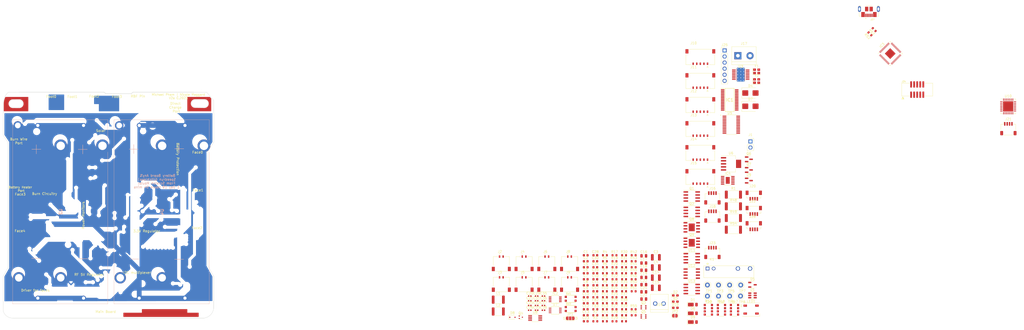
<source format=kicad_pcb>
(kicad_pcb (version 20221018) (generator pcbnew)
  (layers (0 "F.Cu" signal) (1 "In1.Cu" signal) (2 "In2.Cu" signal) (31 "B.Cu" signal) (34 "B.Paste" user) (35 "F.Paste" user) (36 "B.SilkS" user "B.Silkscreen") (37 "F.SilkS" user "F.Silkscreen") (38 "B.Mask" user) (39 "F.Mask" user) (44 "Edge.Cuts" user))
  (net 0 "")
  (net 1 "VSOLAR_I")
  (net 2 "+3V3")
  (net 3 "VBUSP")
  (net 4 "Net-(C5-Pad1)")
  (net 5 "Net-(U3-SW1)")
  (net 6 "Net-(U3-VBST)")
  (net 7 "B-")
  (net 8 "Net-(U1-V-)")
  (net 9 "Net-(U1-VC)")
  (net 10 "/VDD")
  (net 11 "Net-(U3-SS)")
  (net 12 "Net-(U3-VREG5)")
  (net 13 "Net-(Q5A-C1)")
  (net 14 "Net-(Q3B-B2)")
  (net 15 "BURN")
  (net 16 "GND")
  (net 17 "/V_RF")
  (net 18 "AVDD")
  (net 19 "AGND")
  (net 20 "Net-(U8--IN)")
  (net 21 "VBatt")
  (net 22 "F0_ENB")
  (net 23 "F1_ENB")
  (net 24 "F2_ENB")
  (net 25 "F3_ENB")
  (net 26 "F4_ENB")
  (net 27 "Net-(U8-+IN)")
  (net 28 "Net-(IC3-XIN)")
  (net 29 "Net-(C21-Pad2)")
  (net 30 "Net-(U8-+Vs)")
  (net 31 "1.2V")
  (net 32 "Net-(D4-K)")
  (net 33 "Net-(U10-OSC1)")
  (net 34 "Net-(U10-OSC2)")
  (net 35 "CANL")
  (net 36 "CANH")
  (net 37 "Net-(D7-K)")
  (net 38 "Net-(IC4-BOOST)")
  (net 39 "FC_RESET")
  (net 45 "VBatt1")
  (net 47 "BURN_RELAY_A")
  (net 48 "Net-(K1-PadNO)")
  (net 49 "Heater")
  (net 51 "ENAB_HEATER")
  (net 54 "SCL0")
  (net 55 "SDA0")
  (net 56 "Net-(IC2-OS)")
  (net 57 "FC_RX")
  (net 58 "FC_TX")
  (net 59 "/3V3_EN")
  (net 60 "SDA1")
  (net 61 "SCL1")
  (net 62 "BM")
  (net 63 "PACK+")
  (net 64 "ENABLE_BURN")
  (net 65 "SPI0_MISO")
  (net 66 "SPI0_CS0")
  (net 67 "ENAB_BURN")
  (net 68 "VBUS_RESET")
  (net 69 "SPI0_SCK")
  (net 70 "SPI0_MOSI")
  (net 71 "F3_SDA")
  (net 72 "F2_SDA")
  (net 73 "F1_SDA")
  (net 74 "F0_SDA")
  (net 75 "VBATT_SENSE")
  (net 76 "F3_SCL")
  (net 77 "F2_SCL")
  (net 78 "/USBBOOT")
  (net 79 "F0_SCL")
  (net 80 "F4_SCL")
  (net 81 "F4_SDA")
  (net 82 "Net-(IC3-XOUT)")
  (net 83 "I2C_RESET")
  (net 84 "SWCLK")
  (net 85 "SWDIO")
  (net 86 "/~{RESET}")
  (net 87 "SPI1_MISO")
  (net 88 "ENAB_RF")
  (net 89 "VSOLAR")
  (net 90 "CHRG'")
  (net 91 "SPI1_CS0")
  (net 92 "SPI1_SCK")
  (net 93 "SPI1_MOSI")
  (net 94 "D0")
  (net 95 "WDT_WDI")
  (net 96 "D1")
  (net 97 "NEOPIX")
  (net 98 "NEO_PWR")
  (net 99 "/A0")
  (net 100 "/A1")
  (net 101 "/A2")
  (net 102 "/A3")
  (net 103 "USB_D-")
  (net 104 "USB_D+")
  (net 105 "/QSPI_DATA[3]")
  (net 106 "/QSPI_SCK")
  (net 107 "/QSPI_DATA[0]")
  (net 108 "/QSPI_DATA[2]")
  (net 109 "/QSPI_DATA[1]")
  (net 110 "/QSPI_CS")
  (net 111 "Net-(IC4-VIN_REG)")
  (net 113 "Net-(IC4-VFB)")
  (net 115 "Net-(IC4-SENSE)")
  (net 116 "Net-(J5-Pin_1)")
  (net 117 "Net-(J7-Pin_1)")
  (net 118 "+5V")
  (net 119 "Net-(J17-Pin_1)")
  (net 120 "Net-(J17-Pin_2)")
  (net 124 "VBUS")
  (net 125 "Net-(JP2-A)")
  (net 126 "Net-(Q4-C)")
  (net 128 "Net-(Q1-G)")
  (net 129 "Net-(Q1-D-Pad5)")
  (net 130 "Net-(Q2-G)")
  (net 131 "Net-(Q3A-B1)")
  (net 132 "Net-(Q5A-B1)")
  (net 133 "Net-(Q5B-B2)")
  (net 134 "Net-(Q6-G)")
  (net 135 "Net-(Q6-D)")
  (net 136 "Net-(Q7-G)")
  (net 137 "Net-(Q7-D)")
  (net 138 "Net-(U3-VFB)")
  (net 139 "Net-(U3-PG)")
  (net 140 "Net-(R13-Pad2)")
  (net 141 "Net-(U6-SENSE{slash}ADJ)")
  (net 142 "Net-(U8-REF)")
  (net 143 "Net-(D2-PadC)")
  (net 144 "Net-(U10-RESET)")
  (net 145 "Net-(D3-PadC)")
  (net 146 "Net-(U12-~{RESET})")
  (net 147 "Net-(D8-PadA)")
  (net 148 "Net-(D10-PadA)")
  (net 164 "OUT")
  (net 166 "TXCAN")
  (net 167 "RXCAN")
  (net 177 "Net-(U12-~{MR})")
  (net 179 "Net-(J27-D-)")
  (net 180 "Net-(J27-D+)")
  (net 182 "F1_SCL")
  (net 183 "Break_SDA")
  (net 184 "Break_SCL")
  (footprint "Resistor_SMD:R_0603_1608Metric" (layer "F.Cu") (at 374.165 134.315)
    (fp_text reference "R56")
    (fp_text value "10k")
  )
  (footprint "Battery Board:JST_BM04B-SRSS-TB(LF)(SN)" (layer "F.Cu") (at 424.395 89.47)
    (fp_text reference "J22")
    (fp_text value "BM04B-SRSS-TB(LF)(SN)")
  )
  (footprint "Capacitor_SMD:C_0603_1608Metric" (layer "F.Cu") (at 354.115 109.215)
    (fp_text reference "C1")
    (fp_text value "22uF")
  )
  (footprint "TestPoint:TestPoint_Loop_D1.80mm_Drill1.0mm_Beaded" (layer "F.Cu") (at 414.305 126.315)
    (fp_text reference "TP6")
    (fp_text value "TestPoint")
  )
  (footprint "LED_SMD:LED_WS2812B_PLCC4_5.0x5.0mm_P3.2mm" (layer "F.Cu") (at 423.27 131.95)
    (fp_text reference "LED1")
    (fp_text value "WS2812B_SK6812_1515")
  )
  (footprint "Package_SO:SOIC-8_3.9x4.9mm_P1.27mm" (layer "F.Cu") (at 398.455 91.095)
    (fp_text reference "Q2")
    (fp_text value "IRF7458")
  )
  (footprint "Package_TO_SOT_SMD:SOT-363_SC-70-6" (layer "F.Cu") (at 378.295 130.955)
    (fp_text reference "Q3")
    (fp_text value "MBT2222ADW1T1")
  )
  (footprint "Resistor_SMD:R_0603_1608Metric" (layer "F.Cu") (at 362.135 109.215)
    (fp_text reference "R4")
    (fp_text value "330")
  )
  (footprint "Package_SO:SOIC-8-1EP_3.9x4.9mm_P1.27mm_EP2.514x3.2mm" (layer "F.Cu") (at 398.455 103.995)
    (fp_text reference "Q9")
    (fp_text value "NDS8434")
  )
  (footprint "Package_TO_SOT_SMD:SOT-23-6" (layer "F.Cu") (at 423.855 126.015)
    (fp_text reference "U1")
    (fp_text value "R5460N208AA")
  )
  (footprint "Battery Board:MOLEX_5040500591" (layer "F.Cu") (at 402.05 36.285)
    (fp_text reference "J11")
    (fp_text value "Face1")
  )
  (footprint "Capacitor_SMD:C_0402_1005Metric" (layer "F.Cu") (at 333.575 128.265)
    (fp_text reference "C31")
    (fp_text value "0.1uF")
  )
  (footprint "Battery Board:MOLEX_504050-0291" (layer "F.Cu") (at 337.845 121.485)
    (fp_text reference "J7")
    (fp_text value "Foot2")
  )
  (footprint "Capacitor_SMD:C_0402_1005Metric" (layer "F.Cu") (at 330.705 126.295)
    (fp_text reference "C20")
    (fp_text value "22pF")
  )
  (footprint "Battery Board:MOLEX_5040500591" (layer "F.Cu") (at 402.05 56.345)
    (fp_text reference "J13")
    (fp_text value "Face3")
  )
  (footprint "Resistor_SMD:R_0603_1608Metric" (layer "F.Cu") (at 358.125 131.805)
    (fp_text reference "FB3")
    (fp_text value "FerriteBead")
  )
  (footprint "Diode_SMD:D_PowerDI-123" (layer "F.Cu") (at 398.915 129.85)
    (fp_text reference "D1")
    (fp_text value "DFLS130L")
  )
  (footprint "Resistor_SMD:R_0603_1608Metric" (layer "F.Cu") (at 366.145 111.725)
    (fp_text reference "R19")
    (fp_text value "634k")
  )
  (footprint "Capacitor_SMD:C_0603_1608Metric" (layer "F.Cu") (at 358.125 119.255)
    (fp_text reference "C40")
    (fp_text value "10uF")
  )
  (footprint "Battery Board:ScrewTerminal" (layer "F.Cu") (at 384.93 129.42)
    (fp_text reference "J19")
    (fp_text value "Screw_Terminal_01x02")
  )
  (footprint "Resistor_SMD:R_Array_Convex_4x1206" (layer "F.Cu") (at 416.335 132.015)
    (fp_text reference "R47")
    (fp_text value "10k")
  )
  (footprint "Battery Board:MOLEX_504050-0291" (layer "F.Cu") (at 347.355 112.81)
    (fp_text reference "J8")
    (fp_text value "Foot3")
  )
  (footprint "Resistor_SMD:R_0603_1608Metric" (layer "F.Cu") (at 374.165 109.215)
    (fp_text reference "R42")
    (fp_text value "200k")
  )
  (footprint "Resistor_SMD:R_0603_1608Metric" (layer "F.Cu") (at 370.155 131.805)
    (fp_text reference "R39")
    (fp_text value "10k")
  )
  (footprint "Capacitor_SMD:C_0603_1608Metric" (layer "F.Cu") (at 354.115 134.315)
    (fp_text reference "C13")
    (fp_text value "10uF")
  )
  (footprint "Capacitor_SMD:C_0805_2012Metric" (layer "F.Cu") (at 378.395 115.485)
    (fp_text reference "C18")
    (fp_text value "0.1uF")
  )
  (footprint "Package_SO:SOIC-8_3.9x4.9mm_P1.27mm" (layer "F.Cu") (at 398.455 123.345)
    (fp_text reference "U13")
    (fp_text value "INA219AxD")
  )
  (footprint "Package_TO_SOT_SMD:SOT-223-6" (layer "F.Cu") (at 414.885 70.995)
    (fp_text reference "U6")
    (fp_text value "TPS7A4501DCQT")
  )
  (footprint "Package_SO:SO-8_3.9x4.9mm_P1.27mm" (layer "F.Cu") (at 398.455 116.895)
    (fp_text reference "U12")
    (fp_text value "MAX706RESA")
  )
  (footprint "Battery Board:BTN_KMR2_4.6X2.8" (layer "F.Cu") (at 347.83 127.437)
    (fp_text reference "SW1")
    (fp_text value "KMR2")
  )
  (footprint "Battery Board:MOLEX_5040500591" (layer "F.Cu") (at 402.05 66.375)
    (fp_text reference "J14")
    (fp_text value "Face4")
  )
  (footprint "Resistor_SMD:R_0603_1608Metric" (layer "F.Cu") (at 358.125 126.785)
    (fp_text reference "FB1")
    (fp_text value "FerriteBead")
  )
  (footprint "Battery Board:BTN_KMR2_4.6X2.8" (layer "F.Cu") (at 347.83 131.691)
    (fp_text reference "SW2")
    (fp_text value "KMR2")
  )
  (footprint "TestPoint:TestPoint_Loop_D1.80mm_Drill1.0mm_Beaded" (layer "F.Cu") (at 405.005 121.665)
    (fp_text reference "TP1")
    (fp_text value "TestPoint")
  )
  (footprint "Capacitor_SMD:C_0603_1608Metric" (layer "F.Cu") (at 354.115 131.805)
    (fp_text reference "C12")
    (fp_text value "10uF")
  )
  (footprint "Capacitor_SMD:C_0603_1608Metric" (layer "F.Cu") (at 354.115 116.745)
    (fp_text reference "C6")
    (fp_text value "0.1uF")
  )
  (footprint "TCA9548APWR:SOP65P640X120-24N" (layer "F.Cu") (at 415.01 54.625)
    (fp_text reference "U5")
    (fp_text value "TCA9548APWR")
  )
  (footprint "Package_TO_SOT_SMD:SOT-23" (layer "F.Cu") (at 422.345 73.545)
    (fp_text reference "Q7")
    (fp_text value "IRLML2803")
  )
  (footprint "TestPoint:TestPoint_Loop_D1.80mm_Drill1.0mm_Beaded" (layer "F.Cu") (at 405.005 126.315)
    (fp_text reference "TP2")
    (fp_text value "TestPoint")
  )
  (footprint "Resistor_SMD:R_0603_1608Metric" (layer "F.Cu") (at 472.969492 16.631064 135)
    (fp_text reference "R52")
    (fp_text value "22")
  )
  (footprint "Resistor_SMD:R_2512_6332Metric" (layer "F.Cu") (at 415.875 83.865)
    (fp_text reference "R1")
    (fp_text value "0.01")
  )
  (footprint "Connector_PinHeader_2.54mm:PinHeader_1x06_P2.54mm_Vertical" (layer "F.Cu") (at 412.195 23.565)
    (fp_text reference "J25")
    (fp_text value "Life Makes Lemonade")
  )
  (footprint "Connector_JST:JST_SH_SM04B-SRSS-TB_1x04-1MP_P1.00mm_Horizontal" (layer "F.Cu") (at 530.87 56.26)
    (fp_text reference "J21")
    (fp_text value "CAN1")
  )
  (footprint "TestPoint:TestPoint_Loop_D1.80mm_Drill1.0mm_Beaded" (layer "F.Cu") (at 418.955 121.665)
    (fp_text reference "TP7")
    (fp_text value "RESET")
  )
  (footprint "Package_SO:HTSSOP-14-1EP_4.4x5mm_P0.65mm_EP3.4x5mm_Mask3x3.1mm_ThermalVias" (layer "F.Cu") (at 418.945 33.69)
    (fp_text reference "U3")
    (fp_text value "TPS54226PWPRPWP14_2P31X2P46-L")
  )
  (footprint "Resistor_SMD:R_0603_1608Metric" (layer "F.Cu") (at 374.165 114.235)
    (fp_text reference "R44")
    (fp_text value "10k")
  )
  (footprint "Connector_PinSocket_2.54mm:PinSocket_1x02_P2.54mm_Vertical" (layer "F.Cu") (at 423.005 61.625)
    (fp_text reference "J1")
    (fp_text value "Bypass")
  )
  (footprint "Resistor_SMD:R_0603_1608Metric" (layer "F.Cu") (at 374.165 124.275)
    (fp_text reference "R51")
    (fp_text value "412k")
  )
  (footprint "Resistor_SMD:R_0603_1608Metric" (layer "F.Cu") (at 362.135 124.275)
    (fp_text reference "R10")
    (fp_text value "100K")
  )
  (footprint "Resistor_SMD:R_0603_1608Metric" (layer "F.Cu") (at 366.145 114.235)
    (fp_text reference "R20")
    (fp_text value "10K")
  )
  (footprint "Capacitor_SMD:C_0805_2012Metric" (layer "F.Cu") (at 378.395 127.525)
    (fp_text reference "C27")
    (fp_text value "0.1uF")
  )
  (footprint "Resistor_SMD:R_0603_1608Metric" (layer "F.Cu") (at 474.744329 14.856225 135)
    (fp_text reference "R53")
    (fp_text value "22")
  )
  (footprint "Resistor_SMD:R_Array_Convex_4x1206" (layer "F.Cu") (at 410.875 132.015)
    (fp_text reference "R18")
    (fp_text value "10k")
  )
  (footprint "Resistor_SMD:R_0603_1608Metric" (layer "F.Cu") (at 362.135 121.765)
    (fp_text reference "R9")
    (fp_text value "10k")
  )
  (footprint "Resistor_SMD:R_0603_1608Metric" (layer "F.Cu") (at 370.155 121.765)
    (fp_text reference "R35")
    (fp_text value "10k")
  )
  (footprint "Diode_SMD:D_0603_1608Metric_Pad1.05x0.95mm_HandSolder" (layer "F.Cu") (at 391.615 131.2)
    (fp_text reference "D10")
    (fp_text value "Blue")
  )
  (footprint "Resistor_SMD:R_2512_6332Metric" (layer "F.Cu") (at 415.875 88.755)
    (fp_text reference "R48")
    (fp_text value "0.002")
  )
  (footprint "Diode_SMD:D_SMB" (layer "F.Cu") (at 422.99 41.365)
    (fp_text reference "D4")
    (fp_text value "D_Schottky")
  )
  (footprint "Connector_JST:JST_SH_SM04B-SRSS-TB_1x04-1MP_P1.00mm_Horizontal" (layer "F.Cu") (at 407.105 108.055)
    (fp_text reference "J23")
    (fp_text value "CAN2")
  )
  (footprint "Capacitor_SMD:C_0402_1005Metric" (layer "F.Cu") (at 330.705 128.265)
    (fp_text reference "C21")
    (fp_text value "22pF")
  )
  (footprint "Diode_SMD:D_SOD-323F" (layer "F.Cu") (at 323.45 135.17)
    (fp_text reference "D8")
    (fp_text value "NSR0320")
  )
  (footprint "Package_TO_SOT_SMD:SOT-23-3" (layer "F.Cu") (at 423.855 121.565)
    (fp_text reference "D5")
    (fp_text value "PESD1CAN")
  )
  (footprint "Package_SO:SOIC-8_3.9x4.9mm_P1.27mm" (layer "F.Cu") (at 398.455 110.445)
    (fp_text reference "U11")
    (fp_text value "INA219AxD")
  )
  (footprint "Resistor_SMD:R_0603_1608Metric" (layer "F.Cu") (at 362.135 114.235)
    (fp_text reference "R6")
    (fp_text value "73.2K")
  )
  (footprint "Resistor_SMD:R_0603_1608Metric" (layer "F.Cu") (at 370.155 126.785)
    (fp_text reference "R37")
    (fp_text value "1k")
  )
  (footprint "Diode_SMD:D_0603_1608Metric_Pad1.05x0.95mm_HandSolder" (layer "F.Cu") (at 391.615 126.02)
    (fp_text reference "D2")
    (fp_text value "green")
  )
  (footprint "Package_TO_SOT_SMD:SOT-523" (layer "F.Cu") (at 326.985 135.135)
    (fp_text reference "Q4")
    (fp_text value "MMBT2222AT")
  )
  (footprint "Resistor_SMD:R_2512_6332Metric" (layer "F.Cu") (at 415.875 98.535)
    (fp_text reference "R54")
    (fp_text value "0.1")
  )
  (footprint "Resistor_SMD:R_0603_1608Metric" (layer "F.Cu") (at 370.155 124.275)
    (fp_text reference "R36")
    (fp_text value "1k")
  )
  (footprint "Resistor_SMD:R_0603_1608Metric" (layer "F.Cu") (at 366.145 126.785)
    (fp_text reference "R25")
    (fp_text value "10K")
  )
  (footprint "Resistor_SMD:R_0603_1608Metric" (layer "F.Cu") (at 366.145 129.295)
    (fp_text reference "R26")
    (fp_text value "3.3K")
  )
  (footprint "Capacitor_SMD:C_0402_1005Metric" (layer "F.Cu") (at 336.445 126.295)
    (fp_text reference "C35")
    (fp_text value "22pf")
  )
  (footprint "Capacitor_SMD:C_0603_1608Metric" (layer "F.Cu") (at 358.125 114.235)
    (fp_text reference "C34")
    (fp_text value "10uF")
  )
  (footprint "Battery Board:MOLEX_504050-0291" (layer "F.Cu") (at 328.335 121.485)
    (fp_text reference "J5")
    (fp_text value "Foot0")
  )
  (footprint "Capacitor_SMD:C_0402_1005Metric" (layer "F.Cu") (at 336.445 128.265)
    (fp_text reference "C36")
    (fp_text value "22pf")
  )
  (footprint "Capacitor_SMD:C_0805_2012Metric" (layer "F.Cu") (at 378.395 109.465)
    (fp_text reference "C16")
    (fp_text value "10uF")
  )
  (footprint "Package_SO:MSOP-8_3x3mm_P0.65mm" (layer "F.Cu") (at 332.975 135.465)
    (fp_text reference "U8")
    (fp_text value "AD8495")
  )
  (footprint "Resistor_SMD:R_0603_1608Metric" (layer "F.Cu") (at 374.165 119.255)
    (fp_text reference "R46")
    (fp_text value "10K")
  )
  (footprint "Capacitor_SMD:C_0402_1005Metric" (layer "F.Cu") (at 333.575 132.205)
    (fp_text reference "C33")
    (fp_text value "0.1uF")
  )
  (footprint "Capacitor_SMD:C_1210_3225Metric" (layer "F.Cu") (at 383.445 114.335)
    (fp_text reference "C4")
    (fp_text value "100uF")
  )
  (footprint "Diode_SMD:D_PowerDI-123" (layer "F.Cu") (at 398.915 133.5)
    (fp_text reference "D6")
    (fp_text value "DFLS130L")
  )
  (footprint "PCA9685:SOP65P640X110-28N" (layer "F.Cu") (at 414.32 44.265)
    (fp_text reference "IC1")
    (fp_text value "PCA9685PW,118" hide)
  )
  (footprint "Capacitor_SMD:C_0603_1608Metric" (layer "F.Cu") (at 354.115 119.255)
    (fp_text reference "C7")
    (fp_text value "0.1uF")
  )
  (footprint "Capacitor_SMD:C_0402_1005Metric" (layer "F.Cu") (at 330.705 132.205)
    (fp_text reference "C26")
    (fp_text value "0.1uF")
  )
  (footprint "Resistor_SMD:R_0603_1608Metric" (layer "F.Cu") (at 362.135 129.295)
    (fp_text reference "R12")
    (fp_text value "20K")
  )
  (footprint "Resistor_SMD:R_0603_1608Metric" (layer "F.Cu") (at 366.145 119.255)
    (fp_text reference "R22")
    (fp_text value "10k")
  )
  (footprint "Battery Board:MOLEX_5040500591" (layer "F.Cu") (at 402.05 46.315)
    (fp_text reference "J12")
    (fp_text value "Face2")
  )
  (footprint "Resistor_SMD:R_0603_1608Metric" (layer "F.Cu") (at 362.135 136.825)
    (fp_text reference "R15")
    (fp_text value "100K")
  )
  (footprint "Resistor_SMD:R_0603_1608Metric" (layer "F.Cu") (at 374.165 131.805)
    (fp_text reference "R55")
    (fp_text value "1k")
  )
  (footprint "TestPoint:TestPoint_Loop_D1.80mm_Drill1.0mm_Beaded" (layer "F.Cu") (at 418.86 126.26)
    (fp_text reference "TP8")
    (fp_text value "TestPoint")
  )
  (footprint "Capacitor_SMD:C_0603_1608Metric" (layer "F.Cu") (at 354.115 126.785)
    (fp_text reference "C10")
    (fp_text value "3.3nF")
  )
  (footprint "Package_TO_SOT_SMD:SOT-363_SC-70-6" (layer "F.Cu") (at 378.295 134.805)
    (fp_text reference "Q5")
    (fp_text value "MBT2222ADW1T1")
  )
  (footprint "Package_TO_SOT_SMD:SOT-23" (layer "F.Cu") (at 422.345 69.095)
    (fp_text reference "Q6")
    (fp_text value "IRLML2803")
  )
  (footprint "Resistor_SMD:R_0603_1608Metric" (layer "F.Cu") (at 358.125 129.295)
    (fp_text reference "FB2")
    (fp_text value "FerriteBead")
  )
  (footprint "Capacitor_SMD:C_0603_1608Metric" (layer "F.Cu") (at 354.115 129.295)
    (fp_text reference "C11")
    (fp_text value "1uF")
  )
  (footprint "Package_TO_SOT_SMD:SOT-23" (layer "F.Cu") (at 422.345 77.995)
    (fp_text reference "U9")
    (fp_text value "TLVH431 DBZ SOT-23")
  )
  (footprint "Capacitor_SMD:C_0603_1608Metric" (layer "F.Cu") (at 354.115 121.765)
    (fp_text reference "C8")
    (fp_text value "0.1uF")
  )
  (footprint "Resistor_SMD:R_0603_1608Metric" (layer "F.Cu") (at 358.125 136.825)
    (fp_text reference "R3")
    (fp_text value "1K")
  )
  (footprint "Connector_JST:JST_SH_SM04B-SRSS-TB_1x04-1MP_P1.00mm_Horizontal" (layer "F.Cu") (at 407.105 85.225)
    (fp_text reference "J16")
    (fp_text value "Breakout")
  )
  (footprint "Resistor_SMD:R_0603_1608Metric" (layer "F.Cu") (at 362.135 131.805)
    (fp_text reference "R13")
    (fp_text value "100K")
  )
  (footprint "Crystal:Crystal_SMD_2520-4Pin_2.5x2.0mm" (layer "F.Cu") (at 425.595 36.365)
    (fp_text reference "Y2")
    (fp_text value "16MHZ 12 pf")
  )
  (footprint "Battery Board:MOLEX_5040500591" (layer "F.Cu") (at 402.05 26.255)
    (fp_text reference "J10")
    (fp_text value "Face0")
  )
  (footprint "TestPoint:TestPoint_Loop_D1.80mm_Drill1.0mm_Beaded" (layer "F.Cu") (at 414.305 121.665)
    (fp_text reference "TP5")
    (fp_text value "TestPoint")
  )
  (footprint "Capacitor_SMD:C_0603_1608Metric" (layer "F.Cu") (at 358.125 124.275)
    (fp_text reference "C42")
    (fp_text value "0.1uF")
  )
  (footprint "Jumper:SolderJumper-3_P1.3mm_Open_RoundedPad1.0x1.5mm_NumberLabels" (layer "F.Cu") (at 347.655 135.585)
    (fp_text reference "JP1")
    (fp_text value "SolderJumper_3_Open")
  )
  (footprint "Capacitor_SMD:C_0603_1608Metric" (layer "F.Cu") (at 354.115 124.275)
    (fp_text reference "C9")
    (fp_text value "0.1uF")
  )
  (footprint "Capacitor_SMD:C_1210_3225Metric" (layer "F.Cu") (at 383.445 118.585)
    (fp_text reference "C14")
    (fp_text value "200uF")
  )
  (footprint "Resistor_SMD:R_0603_1608Metric" (layer "F.Cu") (at 370.155 109.215)
    (fp_text reference "R30")
    (fp_text value "10K")
  )
  (footprint "Capacitor_SMD:C_0402_1005Metric" (layer "F.Cu") (at 333.575 126.295)
    (fp_text reference "C29")
    (fp_text value "0.1uF")
  )
  (footprint "Resistor_SMD:R_2512_6332Metric" (layer "F.Cu") (at 415.875 93.645)
    (fp_text reference "R49")
    (fp_text value "0.002")
  )
  (footprint "Capacitor_SMD:C_0402_1005Metric" (layer "F.Cu") (at 336.445 130.235)
    (fp_text reference "C37")
    (fp_text value "47pf")
  )
  (footprint "FC_DEV_BOARD:MOLEX_105164-0001" (layer "F.Cu") (at 472.552855 4.791927 180)
    (fp_text reference "J27")
    (fp_text value "USB_B_Micro")
    (fp_line (start -4.9 0) (end -3.4 0) (stroke (width 0.01)) (layer "Edge.Cuts"))
    (fp_line (start -3.4 0) (end -2.825 -0.5) (stroke (width 0.01)) (layer "Edge.Cuts"))
    (fp_line (start -2.825 -1.15) (end -2.825 -0.5) (stroke (width 0.01)) (layer "Edge.Cuts"))
    (fp_line (start -1.925 -1.15) (end -1.925 -0.5) (stroke (width 0.01)) (layer "Edge.Cuts"))
    (fp_line (start 0.00053 0.004943) (end -1.29947 0.004943) (stroke (width 0.01)) (layer "Edge.Cuts"))
    (fp_line (start 0.00053 0.004943) (end 1.3 0) (stroke (width 0.01)) (layer "Edge.Cuts"))
    (fp_line (start 1.925 -1.15) (end 1.925 -0.5) (stroke (width 0.01)) (layer "Edge.Cuts"))
    (fp_line (start 2.825 -1.15) (end 2.825 -0.5) (stroke (width 0.01)) (layer "Edge.Cuts"))
    (fp_line (start 3.4 0) (end 2.825 -0.5) (stroke (width 0.01)) (layer "Edge.Cuts"))
    (fp_line (start 4.9 0) (end 3.4 0) (stroke (width 0.01)) (layer "Edge.Cuts"))
    (fp_arc (start -2.825 -1.15) (mid -2.375 -1.6) (end -1.925 -1.15) (stroke (width 0.01)) (layer "Edge.Cuts"))
    (fp_arc (start -1.29947 0.004943) (mid -1.716881 -0.117891) (end -1.924999 -0.5) (stroke (width 0.01)) (layer "Edge.Cuts"))
    (fp_arc (start 1.925 -1.15) (mid 2.375 -1.6) (end 2.825 -1.15) (stroke (width 0.01)) (layer "Edge.Cuts"))
    (fp_arc (start 1.925529 -0.504943) (mid 1.717412 -0.122833) (end 1.3 0) (stroke (width 0.01)) (layer "Edge.Cuts"))
  )
  (footprint "Diode_SMD:D_SMB" (layer "F.Cu") (at 422.99 46.915)
    (fp_text reference "D7")
    (fp_text value "D_Schottky")
  )
  (footprint "Resistor_SMD:R_0603_1608Metric" (layer "F.Cu") (at 366.145 131.805)
    (fp_text reference "R27")
    (fp_text value "100k")
  )
  (footprint "Battery Board:MOLEX_504050-0291" (layer "F.Cu") (at 328.335 112.81)
    (fp_text reference "J4")
    (fp_text value "CHARGE")
  )
  (footprint "Connector_JST:JST_SH_SM04B-SRSS-TB_1x04-1MP_P1.00mm_Horizontal" (layer "F.Cu") (at 407.105 92.835)
    (fp_text reference "J18")
    (fp_text value "I2C")
  )
  (footprint "Capacitor_SMD:C_0603_1608Metric" (layer "F.Cu") (at 354.115 111.725)
    (fp_text reference "C2")
    (fp_text value "22uF")
  )
  (footprint "Resistor_SMD:R_0603_1608Metric" (layer "F.Cu") (at 370.155 129.295)
    (fp_text reference "R38")
    (fp_text value "1k")
  )
  (footprint "Resistor_SMD:R_Array_Convex_4x1206" (layer "F.Cu") (at 405.415 132.015)
    (fp_text reference "R16")
    (fp_text value "10k")
  )
  (footprint "Resistor_SMD:R_0603_1608Metric" (layer "F.Cu") (at 366.145 121.765)
    (fp_text reference "R23")
    (fp_text value "4.7k")
  )
  (footprint "Capacitor_SMD:C_0402_1005Metric" (layer "F.Cu") (at 333.575 130.235)
    (fp_text reference "C32")
    (fp_text value "0.1uF")
  )
  (footprint "Battery Board:MOLEX_504050-0291" (layer "F.Cu") (at 318.825 112.81)
    (fp_text reference "J2")
    (fp_text value "Heater")
  )
  (footprint "Package_DFN_QFN:QFN-56-1EP_7x7mm_P0.4mm_EP3.2x3.2mm" (layer "F.Cu") (at 481.452113 24.876528 45)
    (fp_text reference "IC3")
    (fp_text value "RP2040_QFN56")
  )
  (footprint "Capacitor_SMD:C_1210_3225Metric" (layer "F.Cu") (at 383.445 122.835)
    (fp_text reference "C15")
    (fp_text value "200uF")
  )
  (footprint "Battery Board:MOLEX_5040500591" (layer "F.Cu") (at 402.05 76.405)
    (fp_text reference "J15")
    (fp_text value "Face4")
  )
  (footprint "Resistor_SMD:R_0603_1608Metric" (layer "F.Cu") (at 362.135 119.255)
    (fp_text reference "R8")
    (fp_text value "22.1K")
  )
  (footprint "Capacitor_SMD:C_0805_2012Metric" (layer "F.Cu") (at 378.395 112.475)
    (fp_text reference "C17")
    (fp_text value "0.01uF")
  )
  (footprint "Package_SO:TSSOP-10_3x3mm_P0.5mm" (layer "F.Cu") (at 341.355 132.285)
    (fp_text reference "U7")
    (fp_text value "ADS1015IDGS")
  )
  (footprint "Capacitor_SMD:C_0402_1005Metric" (layer "F.Cu") (at 336.445 132.205)
    (fp_text reference "C38")
    (fp_text value "47pf")
  )
  (footprint "Inductor_SMD:L_1812_4532Metric" (layer "F.Cu") (at 317.545 132.735)
    (fp_text reference "L2")
    (fp_text value "10uH")
  )
  (footprint "Resistor_SMD:R_0603_1608Metric" (layer "F.Cu") (at 370.155 114.235)
    (fp_text reference "R32")
    (fp_text value "100-Ohm")
  )
  (footprint "Package_DFN_QFN:QFN-28-1EP_6x6mm_P0.65mm_EP4.25x4.25mm" (layer "F.Cu") (at 530.78 46.9575)
    (fp_text reference "U10")
    (fp_text value "MCP25625-E/ML")
  )
  (footprint "Battery Board:JTAG_2X05_1.27MM_BOX_NOCREAM" (layer "F.Cu") (at 492.742855 39.924427)
    (fp_text reference "J24")
    (fp_text value "Conn_ARM_JTAG_SWD_10")
  )
  (footprint "Resistor_SMD:R_0603_1608Metric" (layer "F.Cu") (at 362.135 116.745)
    (fp_text reference "R7")
    (fp_text value "73.2K")
  )
  (footprint "Capacitor_SMD:C_0805_2012Metric" (layer "F.Cu") (at 378.395 124.515)
    (fp_text reference "C24")
    (fp_text value "10uF")
  )
  (footprint "Package_SO:SOIC-8_3.9x4.9mm_P1.27mm" (layer "F.Cu") (at 398.455 84.645)
    (fp_text reference "Q1")
    (fp_text value "IRF7458")
  )
  (footprint "Resistor_SMD:R_0603_1608Metric" (layer "F.Cu") (at 366.145 109.215)
    (fp_text reference "R17")
    (fp_text value "10K")
  )
  (footprint "Resistor_SMD:R_0603_1608Metric" (layer "F.Cu") (at 366.145 136.825)
    (fp_text reference "R29")
    (fp_text value "10K")
  )
  (footprint "Resistor_SMD:R_0603_1608Metric" (layer "F.Cu") (at 374.165 111.725)
    (fp_text reference "R43")
    (fp_text value "85k")
  )
  (footprint "APAN3105:RELAY_APAN3105" (layer "F.Cu") (at 405.065 114.77)
    (fp_text reference "K1")
    (fp_text value "APAN3105")
  )
  (footprint "Resistor_SMD:R_0603_1608Metric" (layer "F.Cu") (at 362.135 111.725)
    (fp_text reference "R5")
    (fp_text value "330")
  )
  (footprint "Resistor_SMD:R_0603_1608Metric" (layer "F.Cu") (at 366.145 116.745)
    (fp_text reference "R21")
    (fp_text value "10k")
  )
  (footprint "Battery Board:MOLEX_504050-0291" (layer "F.Cu") (at 347.355 121.485)
    (fp_text reference "J9")
    (fp_text value "RBF")
  )
  (footprint "Resistor_SMD:R_0603_1608Metric" (layer "F.Cu") (at 374.165 116.745)
    (fp_text reference "R45")
    (fp_text value "120")
  )
  (footprint "Package_SO:TSSOP-8_3x3mm_P0.65mm" (layer "F.Cu") (at 341.355 127.635)
    (fp_text reference "IC2")
    (fp_text value "PCT2075DP,118")
  )
  (footprint "Battery Board:JST_BM04B-SRSS-TB(LF)(SN)" (layer "F.Cu") (at 424.395 83.095)
    (fp_text reference "J20")
    (fp_text value "BM04B-SRSS-TB(LF)(SN)")
  )
  (footprint "Capacitor_SMD:C_0603_1608Metric" (layer "F.Cu") (at 354.115 136.825)
    (fp_text reference "C23")
    (fp_text value "1uF")
  )
  (footprint "Capacitor_SMD:C_0603_1608Metric" (layer "F.Cu") (at 358.125 109.215)
    (fp_text reference "C28")
    (fp_text value "1uF")
  )
  (footprint "Diode_SMD:D_PowerDI-123" (layer "F.Cu") (at 398.915 137.15)
    (fp_text reference "D9")
    (fp_text value "DFLS130L")
  )
  (footprint "Resistor_SMD:R_0603_1608Metric" (layer "F.Cu") (at 370.155 111.725)
    (fp_text reference "R31")
    (fp_text value "1-MOhm")
  )
  (footprint "Capacitor_SMD:C_1210_3225Metric" (layer "F.Cu") (at 383.445 110.085)
    (fp_text reference "C3")
    (fp_text value "100uF")
  )
  (footprint "Resistor_SMD:R_0603_1608Metric" (layer "F.Cu") (at 358.125 134.315)
    (fp_text reference "R2")
    (fp_text value "10K")
  )
  (footprint "Package_SO:SOIC-8-1EP_3.9x4.9mm_P1.27mm_EP2.514x3.2mm" (layer "F.Cu") (at 398.455 97.545)
    (fp_text reference "Q8")
    (fp_text value "NDS8434")
  )
  (footprint "TerminalBlock:TerminalBlock_bornier-2_P5.08mm" (layer "F.Cu") (at 417.755 25.765)
    (fp_text reference "J17")
    (fp_text value "Screw_Terminal_01x02")
  )
  (footprint "Capacitor_SMD:C_0805_2012Metric" (layer "F.Cu") (at 378.395 118.495)
    (fp_text reference "C19")
    (fp_text value "0.01uF")
  )
  (footprint "TestPoint:TestPoint_Loop_D1.80mm_Drill1.0mm_Beaded" (layer "F.Cu") (at 409.655 126.315)
    (fp_text reference "TP4")
    (fp_text value "TestPoint")
  )
  (footprint "Inductor_SMD:L_1812_4532Metric" (layer "F.Cu") (at 317.545 127.785)
    (fp_text reference "L1")
    (fp_text value "3.3uH")
  )
  (footprint "TestPoint:TestPoint_Loop_D1.80mm_Drill1.0mm_Beaded" (layer "F.Cu") (at 409.655 121.665)
    (fp_text reference "TP3")
    (fp_text value "TestPoint")
  )
  (footprint "Package_SO:MSOP-12-1EP_3x4mm_P0.65mm_EP1.65x2.85mm" (layer "F.Cu") (at 413.515 77.895)
    (fp_text reference "IC4")
    (fp_text value "LT3652IMSE#PBF")
  )
  (footprint "Resistor_SMD:R_0603_1608Metric" (layer "F.Cu") (at 362.135 126.785)
    (fp_text reference "R11")
    (fp_text value "100K")
  )
  (footprint "Resistor_SMD:R_0603_1608Metric" (layer "F.Cu") (at 370.155 119.255)
    (fp_text reference "R34")
    (fp_text value "10k-Ohm")
  )
  (footprint "Crystal:Crystal_SMD_2520-4Pin_2.5x2.0mm" (layer "F.Cu") (at 425.595 32.315)
    (fp_text reference "Y1")
    (fp_text value "12MHZ")
  )
  (footprint "Resistor_SMD:R_0603_1608Metric" (layer "F.Cu") (at 370.155 116.745)
    (fp_text reference "R33")
    (fp_text value "100-Ohm")
  )
  (footprint "Resistor_SMD:R_0603_1608Metric" (layer "F.Cu") (at 374.165 121.765)
    (fp_text reference "R50")
    (fp_text value "634k")
  )
  (footprint "Resistor_SMD:R_0603_1608Metric" (layer "F.Cu") (at 366.145 124.275)
    (fp_text reference "R24")
    (fp_text value "4.7k")
  )
  (footprint "Capacitor_SMD:C_0603_1608Metric" (layer "F.Cu") (at 358.125 116.745)
    (fp_text reference "C39")
    (fp_text value "1uF")
  )
  (footprint "Capacitor_SMD:C_0805_2012Metric" (layer "F.Cu") (at 378.395 121.505)
    (fp_text reference "C22")
    (fp_text value "1uF")
  )
  (footprint "Capacitor_SMD:C_0603_1608Metric" (layer "F.Cu") (at 354.115 114.235)
    (fp_text reference "C5")
    (fp_text value "0.1uF")
  )
  (footprint "Battery Board:MOLEX_504050-0291" (layer "F.Cu") (at 337.845 112.81)
    (fp_text reference "J6")
    (fp_text value "Foot1")
  )
  (footprint "Capacitor_SMD:C_0603_1608Metric" (layer "F.Cu") (at 358.125 121.765)
    (fp_text reference "C41")
    (fp_text value "0.1uF")
  )
  (footprint "Capacitor_SMD:C_0402_1005Metric" (layer "F.Cu") (at 330.705 130.235)
    (fp_text reference "C25")
    (fp_text value "0.1uF")
  )
  (footprint "Battery Board:MOLEX_504050-0291" (layer "F.Cu") (at 318.825 121.485)
    (fp_text reference "J3")
    (fp_text value "BURN")
  )
  (footprint "Resistor_SMD:R_0603_1608Metric" (layer "F.Cu") (at 370.155 136.825)
    (fp_text reference "R41")
    (fp_text value "10k")
  )
  (footprint "Resistor_SMD:R_0603_1608Metric" (layer "F.Cu") (at 362.135 134.315)
    (fp_text reference "R14")
    (fp_text value "100K")
  )
  (footprint "Resistor_SMD:R_0603_1608Metric" (layer "F.Cu") (at 366.145 134.315)
    (fp_text reference "R28")
    (fp_text value "100k")
  )
  (footprint "Battery Board:JST_BM04B-SRSS-TB(LF)(SN)" (layer "F.Cu") (at 424.395 95.845)
    (fp_text reference "J26")
    (fp_text value "BM04B-SRSS-TB(LF)(SN)")
  )
  (footprint "Jumper:SolderJumper-2_P1.3mm_Open_RoundedPad1.0x1.5mm" (layer "F.Cu") (at 391.415 134.505)
    (fp_text reference "JP2")
    (fp_text value "SolderJumper_2_Open")
  )
  (footprint "Diode_SMD:D_0603_1608Metric_Pad1.05x0.95mm_HandSolder" (layer "F.Cu") (at 391.615 128.61)
    (fp_text reference "D3")
    (fp_text value "red")
  )
  (footprint "Resistor_SMD:R_0603_1608Metric" (layer "F.Cu") (at 370.155 134.315)
    (fp_text reference "R40")
    (fp_text value "1k")
  )
  (footprint "Capacitor_SMD:C_0603_1608Metric" (layer "F.Cu") (at 358.125 111.725)
    (fp_text reference "C30")
    (fp_text value "1uF")
  )
  (footprint "1049:1049" (layer "B.Cu") (at 134.31 91.04 90)
    (fp_text reference "U2")
    (fp_text value "1049" hide)
  )
  (footprint "1049:1049" (layer "B.Cu") (at 176.73 91.04 90)
    (fp_text reference "U4")
    (fp_text value "1049" hide)
  )
  (footprint "LOGO" (layer "B.Cu") (at 132.753208 45.962133 180)
    (fp_text reference "G***" hide)
    (fp_text value "LOGO" hide)
  )
  (footprint "LOGO" (layer "B.Cu") (at 155.336788 131.199271 180)
    (fp_text reference "G***" hide)
    (fp_text value "LOGO" hide)
  )
  (gr_line locked (start 190.158162 40.989322) (end 195.598162 41.004322) (stroke (width 0.1)) (layer "Edge.Cuts"))
  (gr_line locked (start 117.133162 40.989322) (end 120.308162 40.989322) (stroke (width 0.15)) (layer "Edge.Cuts"))
  (gr_line (start 196 113.5) (end 196 66) (stroke (width 0.15)) (layer "Edge.Cuts"))
  (gr_arc (start 110.5 46) (mid 111.034894 43.270084) (end 112.66352 41.014845) (stroke (width 0.1)) (layer "Edge.Cuts"))
  (gr_line locked (start 164.123162 41.624322) (end 164.758162 40.989322) (stroke (width 0.15)) (layer "Edge.Cuts"))
  (gr_arc locked (start 117.173162 44.229322) (mid 118.773158 45.829322) (end 117.173162 47.429322) (stroke (width 0.1)) (layer "Edge.Cuts"))
  (gr_line (start 196 113.5) (end 198.5 118) (stroke (width 0.1)) (layer "Edge.Cuts"))
  (gr_line (start 198.5 61.944322) (end 198.5 44.5) (stroke (width 0.1)) (layer "Edge.Cuts"))
  (gr_line (start 112.66352 41.014845) (end 117.133162 40.989322) (stroke (width 0.1)) (layer "Edge.Cuts"))
  (gr_line (start 110.5 46) (end 110.5 59) (stroke (width 0.1)) (layer "Edge.Cuts"))
  (gr_line locked (start 153.328162 41.624322) (end 152.693162 40.989322) (stroke (width 0.15)) (layer "Edge.Cuts"))
  (gr_line (start 198.5 131.5) (end 198.5 118) (stroke (width 0.15)) (layer "Edge.Cuts"))
  (gr_line locked (start 190.773162 47.329322) (end 194.623162 47.379322) (stroke (width 0.1)) (layer "Edge.Cuts"))
  (gr_line (start 110.5 59) (end 112.5 62) (stroke (width 0.1)) (layer "Edge.Cuts"))
  (gr_arc (start 198.5 131.5) (mid 197.176415 134.176415) (end 194.5 135.5) (stroke (width 0.1)) (layer "Edge.Cuts"))
  (gr_line (start 194.5 135.5) (end 114.5 135.5) (stroke (width 0.15)) (layer "Edge.Cuts"))
  (gr_line (start 110.5 118) (end 110.5 132.5) (stroke (width 0.1)) (layer "Edge.Cuts"))
  (gr_line locked (start 114.472939 44.255106) (end 117.173162 44.229322) (stroke (width 0.1)) (layer "Edge.Cuts"))
  (gr_line (start 195.598162 41.004322) (end 198.5 44.5) (stroke (width 0.1)) (layer "Edge.Cuts"))
  (gr_line locked (start 164.758162 40.989322) (end 190.158162 40.989322) (stroke (width 0.15)) (layer "Edge.Cuts"))
  (gr_line (start 198.5 61.944322) (end 196 66) (stroke (width 0.1)) (layer "Edge.Cuts"))
  (gr_line locked (start 194.623162 44.179322) (end 190.823137 44.180115) (stroke (width 0.1)) (layer "Edge.Cuts"))
  (gr_line locked (start 152.693162 40.989322) (end 120.308162 40.989322) (stroke (width 0.15)) (layer "Edge.Cuts"))
  (gr_line (start 112.5 62) (end 112.5 114.5) (stroke (width 0.1)) (layer "Edge.Cuts"))
  (gr_arc (start 114.5 135.5) (mid 111.987619 134.683175) (end 110.5 132.5) (stroke (width 0.1)) (layer "Edge.Cuts"))
  (gr_arc locked (start 194.623162 44.179322) (mid 196.223158 45.779322) (end 194.623162 47.379322) (stroke (width 0.1)) (layer "Edge.Cuts"))
  (gr_arc locked (start 114.422964 47.404313) (mid 112.978754 45.806395) (end 114.472939 44.255106) (stroke (width 0.1)) (layer "Edge.Cuts"))
  (gr_line (start 112.5 114.5) (end 110.5 118) (stroke (width 0.1)) (layer "Edge.Cuts"))
  (gr_arc locked (start 190.773162 47.329322) (mid 189.198356 45.729331) (end 190.823137 44.180115) (stroke (width 0.1)) (layer "Edge.Cuts"))
  (gr_line locked (start 114.422964 47.404313) (end 117.173162 47.429322) (stroke (width 0.1)) (layer "Edge.Cuts"))
  (gr_line locked (start 164.123162 41.624322) (end 153.328162 41.624322) (stroke (width 0.15)) (layer "Edge.Cuts"))
  (gr_text "+" (at 165.075 64.425) (layer "B.SilkS") (effects (font (size 5 5)) (justify mirror)))
  (gr_text "+" (at 143.75 64.55) (layer "B.SilkS") (effects (font (size 5 5)) (justify mirror)))
  (gr_text "+" (at 124.375 64.516) (layer "B.SilkS") (effects (font (size 5 5)) (justify mirror)))
  (gr_text "-" (at 165.35 110.4) (layer "B.SilkS") (effects (font (size 5 5)) (justify mirror)))
  (gr_text "-" (at 143.925 110.275) (layer "B.SilkS") (effects (font (size 5 5)) (justify mirror)))
  (gr_text "Battery Board Any% \nSpeedrun Glitchless|\nFrom Scratch Route:\n1 Day 19 Hours 54 mins" (at 174.675 78.325) (layer "B.SilkS") (effects (font (size 1 1)) (justify mirror)))
  (gr_text "-" (at 124.275 110.125) (layer "B.SilkS") (effects (font (size 5 5)) (justify mirror)))
  (gr_text "-" (at 184.05 110.525) (layer "B.SilkS") (effects (font (size 5 5)) (justify mirror)))
  (gr_text "+" (at 184.125 64.275) (layer "B.SilkS") (effects (font (size 5 5)) (justify mirror)))
  (gr_text "Face3" (at 117.625 83.725) (layer "F.SilkS") (effects (font (size 1 1))))
  (gr_text "Battery Protection" (at 183.5 69 270) (layer "F.SilkS") (effects (font (size 1 1))))
  (gr_text "I2C multiplexer" (at 166.5 116.475) (layer "F.SilkS") (effects (font (size 1 1))))
  (gr_text "Face2" (at 191.55 97.775) (layer "F.SilkS") (effects (font (size 1 1))))
  (gr_text "Foot0" (at 130.6 42.85) (layer "F.SilkS") (effects (font (size 1 1))))
  (gr_text "RF 5V Regulator" (at 146.45 117.3) (layer "F.SilkS") (effects (font (size 1 1))))
  (gr_text "Face4" (at 117.5 99.025) (layer "F.SilkS") (effects (font (size 1 1))))
  (gr_text "3.3V Regulator" (at 170.5 99.1) (layer "F.SilkS") (effects (font (size 1 1))))
  (gr_text "Burn Circuitry" (at 127.8 83.5) (layer "F.SilkS") (effects (font (size 1 1))))
  (gr_text "Solar" (at 151.3 57.15) (layer "F.SilkS") (effects (font (size 1 1))))
  (gr_text "Face0" (at 191.8 66.175) (layer "F.SilkS") (effects (font (size 1 1))))
  (gr_text "RBF Pin" (at 166.85 42.75) (layer "F.SilkS") (effects (font (size 1 1))))
  (gr_text "Foot3" (at 158.05 42.9) (layer "F.SilkS") (effects (font (size 1 1))))
  (gr_text "Driver for faces" (at 123.95 123.9) (layer "F.SilkS") (effects (font (size 1 1))))
  (gr_text "Face1" (at 191.95 82) (layer "F.SilkS") (effects (font (size 1 1))))
  (gr_text "Main Board" (at 153.35 132.825) (layer "F.SilkS") (effects (font (size 1 1))))
  (gr_text "Direct \nCharge \nPort" (at 182.875 47.4) (layer "F.SilkS") (effects (font (size 1 1))))
  (gr_text "Power Monitors" (at 144 92.5 90) (layer "F.SilkS") (effects (font (size 1 1))))
  (gr_text "Battery Heater \nPort" (at 118 81.5) (layer "F.SilkS") (effects (font (size 0.9 0.9))))
  (gr_text "Foot2" (at 148.55 42.75) (layer "F.SilkS") (effects (font (size 1 1))))
  (gr_text "Burn Wire\nPort" (at 117 61.5) (layer "F.SilkS") (effects (font (size 1 1))))
  (gr_text "Foot1" (at 139.45 42.9) (layer "F.SilkS") (effects (font (size 1 1))))
  (gr_text "Michael Pham | Nicole Maggard\nV2a C.2023\n" (at 183.775 42.75) (layer "F.SilkS") (effects (font (size 0.9 0.9))))
  (segment (start 124.97 127.15) (end 144.1 127.15) (width 2) (layer "B.Cu") (net 7))
  (segment (start 124.97 54.93) (end 144.1 54.93) (width 2) (layer "B.Cu") (net 62))
  (segment (start 167.39 115.42) (end 167.39 127.15) (width 2) (layer "B.Cu") (net 62))
  (segment (start 144.1 92.13) (end 167.39 115.42) (width 2) (layer "B.Cu") (net 62))
  (segment (start 186.52 127.15) (end 167.39 127.15) (width 2) (layer "B.Cu") (net 62))
  (segment (start 144.1 54.93) (end 144.1 92.13) (width 2) (layer "B.Cu") (net 62))
  (segment (start 186.52 54.93) (end 167.39 54.93) (width 2) (layer "B.Cu") (net 63))
  (zone (net 0) (net_name "") (layer "F.Cu") (priority 2) (connect_pads (clearance 0.254)) (min_thickness 0.254) (fill yes (thermal_gap 0.508) (thermal_bridge_width 0.508))
    (polygon (pts (xy 197.5 49) (xy 187.5 49) (xy 187.5 43) (xy 197.5 43)))
  )
  (zone (net 0) (net_name "") (layer "F.Cu") (priority 2) (connect_pads (clearance 0.254)) (min_thickness 0.254) (fill yes (thermal_gap 0.508) (thermal_bridge_width 0.508))
    (polygon (pts (xy 121 49) (xy 110.5 49) (xy 110.5 43) (xy 121 43)))
  )
  (zone (net 0) (net_name "") (layer "F.Cu") (priority 2) (connect_pads (clearance 0.254)) (min_thickness 0.254) (fill yes (thermal_gap 0.508) (thermal_bridge_width 0.508))
    (polygon (pts (xy 187.5 133.25) (xy 192.25 133.25) (xy 192.25 135) (xy 160.75 135) (xy 160.75 133.25) (xy 168.5 133.25) (xy 168.5 131.75) (xy 187.5 131.75)))
  )
  (zone (net 16) (net_name "GND") (layer "B.Cu") (connect_pads (clearance 0.508)) (min_thickness 0.254) (fill yes (thermal_gap 0.508) (thermal_bridge_width 0.508))
    (polygon (pts (xy 199.179271 128.355139) (xy 109.161671 128.456739) (xy 109.728 49.8046) (xy 199.4916 49.8046)))
  )
  (zone (net 0) (net_name "") (layer "B.Cu") (priority 2) (connect_pads (clearance 0.254)) (min_thickness 0.254) (fill yes (thermal_gap 0.508) (thermal_bridge_width 0.508))
    (polygon (pts (xy 136 48.5) (xy 129.5 48.5) (xy 129.5 42) (xy 136 42)))
  )
  (zone (net 0) (net_name "") (layer "B.Cu") (priority 2) (connect_pads (clearance 0.254)) (min_thickness 0.254) (fill yes (thermal_gap 0.508) (thermal_bridge_width 0.508))
    (polygon (pts (xy 159 49) (xy 150.5 49) (xy 150.5 46) (xy 148.5 46) (xy 148.5 42.5) (xy 159 42.5)))
  )
)
</source>
